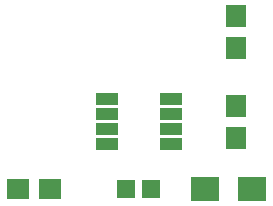
<source format=gbr>
G04 #@! TF.FileFunction,Soldermask,Top*
%FSLAX46Y46*%
G04 Gerber Fmt 4.6, Leading zero omitted, Abs format (unit mm)*
G04 Created by KiCad (PCBNEW 4.0.2-stable) date 2016 May 29, Sunday 21:59:10*
%MOMM*%
G01*
G04 APERTURE LIST*
%ADD10C,0.100000*%
%ADD11R,2.400000X2.000000*%
%ADD12R,1.598880X1.598880*%
%ADD13R,1.700000X1.900000*%
%ADD14R,1.900000X1.700000*%
%ADD15R,1.950000X1.000000*%
G04 APERTURE END LIST*
D10*
D11*
X115030000Y-98425000D03*
X111030000Y-98425000D03*
D12*
X104360980Y-98425000D03*
X106459020Y-98425000D03*
D13*
X113665000Y-83740000D03*
X113665000Y-86440000D03*
X113665000Y-91360000D03*
X113665000Y-94060000D03*
D14*
X95170000Y-98425000D03*
X97870000Y-98425000D03*
D15*
X102710000Y-90805000D03*
X102710000Y-92075000D03*
X102710000Y-93345000D03*
X102710000Y-94615000D03*
X108110000Y-94615000D03*
X108110000Y-93345000D03*
X108110000Y-92075000D03*
X108110000Y-90805000D03*
M02*

</source>
